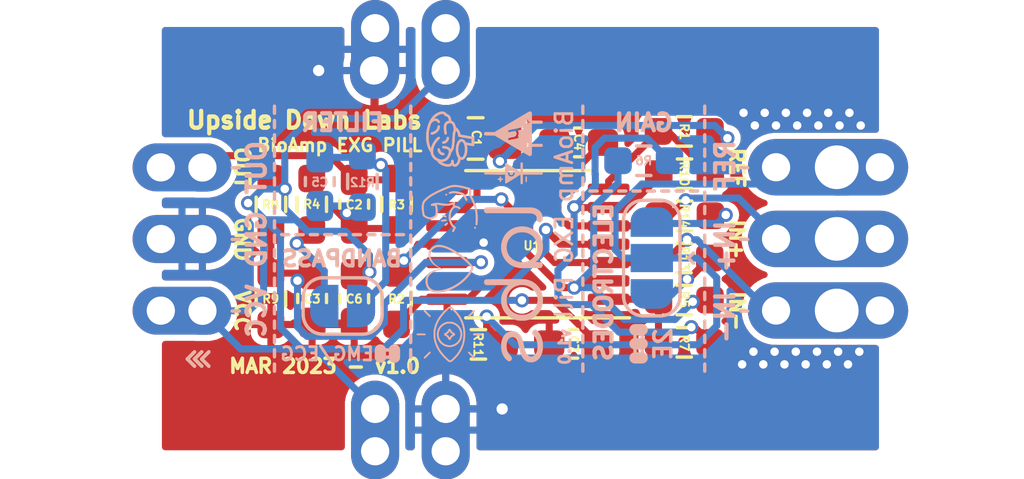
<source format=kicad_pcb>
(kicad_pcb (version 20240108) (generator "pcbnew") (generator_version "8.0")
  (title_block (title "BioAmp EXG Pill") (date "2023-04-27") (rev "1.0") (company "Upside Down Labs") (comment 1 "Records EMG, ECG, EOG, and EEG") (comment 2 "5v compatible EXG Hardware") (comment 3 "Single chip Biopotential amplifier") (comment 4 "Quad-OpAmp based BioAmp"))
  (layers (0 "F.Cu" signal) (31 "B.Cu" signal) (34 "B.Paste" user) (35 "F.Paste" user) (36 "B.SilkS" user "B.Silkscreen") (37 "F.SilkS" user "F.Silkscreen") (38 "B.Mask" user) (39 "F.Mask" user) (44 "Edge.Cuts" user))
  (net 0 "")
  (net 1 "VCC")
  (net 2 "GND")
  (net 3 "bpfOUT")
  (net 4 "DRL")
  (net 5 "ampRef")
  (net 6 "inaOUT")
  (net 7 "IN+")
  (net 8 "IN-")
  (net 9 "Net-(JP1-Pad1)")
  (net 10 "bpfIN")
  (net 11 "Net-(JP2-Pad1)")
  (net 12 "Net-(C1-Pad2)")
  (net 13 "Net-(C3-Pad1)")
  (net 14 "Net-(JP2-Pad3)")
  (net 15 "Net-(R5-Pad1)")
  (net 16 "Net-(R2-Pad1)")
  (net 17 "Net-(R10-Pad2)")
  (footprint "Capacitor_SMD:C_0805_2012Metric_Pad1.18x1.45mm_HandSolder" (layer "F.Cu") (at 122.059 90.91)
    (property "Reference" "C1")
    (property "Value" "47uF")
  )
  (footprint "Capacitor_SMD:C_0603_1608Metric_Pad1.08x0.95mm_HandSolder" (layer "F.Cu") (at 117.759 93.24 -90)
    (property "Reference" "C2")
    (property "Value" "1nF")
  )
  (footprint "Capacitor_SMD:C_0603_1608Metric_Pad1.08x0.95mm_HandSolder" (layer "F.Cu") (at 116.2685 96.5835 -90)
    (property "Reference" "C3")
    (property "Value" "10uF")
  )
  (footprint "Connector_PinHeader_2.54mm:PinHeader_1x03_P2.54mm_Vertical" (layer "F.Cu") (at 132.7023 91.93)
    (property "Reference" "J2" (hide yes))
    (property "Value" "BioAmp Input")
  )
  (footprint "Resistor_SMD:R_0603_1608Metric_Pad0.98x0.95mm_HandSolder" (layer "F.Cu") (at 119.259 96.59 -90)
    (property "Reference" "R2")
    (property "Value" "220K")
  )
  (footprint "Resistor_SMD:R_0603_1608Metric_Pad0.98x0.95mm_HandSolder" (layer "F.Cu") (at 129.449 96.64)
    (property "Reference" "R5")
    (property "Value" "22K")
  )
  (footprint "Resistor_SMD:R_0603_1608Metric_Pad0.98x0.95mm_HandSolder" (layer "F.Cu") (at 129.449 98.14 180)
    (property "Reference" "R7")
    (property "Value" "22K")
  )
  (footprint "Resistor_SMD:R_0603_1608Metric_Pad0.98x0.95mm_HandSolder" (layer "F.Cu") (at 129.459 92.16 180)
    (property "Reference" "R10")
    (property "Value" "220K")
  )
  (footprint "Resistor_SMD:R_0603_1608Metric_Pad0.98x0.95mm_HandSolder" (layer "F.Cu") (at 129.449 90.66 180)
    (property "Reference" "R1")
    (property "Value" "1K")
  )
  (footprint "Resistor_SMD:R_0603_1608Metric_Pad0.98x0.95mm_HandSolder" (layer "F.Cu") (at 119.259 93.24 -90)
    (property "Reference" "R3")
    (property "Value" "1M")
  )
  (footprint "Resistor_SMD:R_0603_1608Metric_Pad0.98x0.95mm_HandSolder" (layer "F.Cu") (at 114.808 93.2453 90)
    (property "Reference" "R8")
    (property "Value" "1M")
  )
  (footprint "Resistor_SMD:R_0603_1608Metric_Pad0.98x0.95mm_HandSolder" (layer "F.Cu") (at 114.808 96.5962 90)
    (property "Reference" "R9")
    (property "Value" "1M")
  )
  (footprint "Capacitor_SMD:C_0603_1608Metric_Pad1.08x0.95mm_HandSolder" (layer "F.Cu") (at 125.529 98.19)
    (property "Reference" "C7")
    (property "Value" "10uF")
  )
  (footprint "Capacitor_SMD:C_0603_1608Metric_Pad1.08x0.95mm_HandSolder" (layer "F.Cu") (at 117.759 96.59 90)
    (property "Reference" "C6")
    (property "Value" "100nF")
  )
  (footprint "Connector_PinHeader_2.54mm:PinHeader_1x03_P2.54mm_Vertical" (layer "F.Cu") (at 112.3828 91.94)
    (property "Reference" "J1" (hide yes))
    (property "Value" "BioAmp Output")
  )
  (footprint "Resistor_SMD:R_0603_1608Metric_Pad0.98x0.95mm_HandSolder" (layer "F.Cu") (at 122.159 98.21 180)
    (property "Reference" "R11")
    (property "Value" "0R")
  )
  (footprint "Package_SO:TSSOP-14_4.4x5mm_P0.65mm" (layer "F.Cu") (at 123.909 94.66 180)
    (property "Reference" "U1")
    (property "Value" "Amp")
  )
  (footprint "Connector_PinHeader_2.54mm:PinHeader_1x03_P2.54mm_Vertical" (layer "F.Cu") (at 110.9091 91.9353)
    (property "Reference" "J1" (hide yes))
    (property "Value" "BioAmp Output")
  )
  (footprint "Connector_PinHeader_2.54mm:PinHeader_1x03_P2.54mm_Vertical" (layer "F.Cu") (at 136.38 91.93)
    (property "Reference" "J2" (hide yes))
    (property "Value" "BioAmp Input")
  )
  (footprint "Resistor_SMD:R_0603_1608Metric_Pad0.98x0.95mm_HandSolder" (layer "F.Cu") (at 129.4638 93.6498)
    (property "Reference" "R14")
    (property "Value" "1M")
  )
  (footprint "Resistor_SMD:R_0603_1608Metric_Pad0.98x0.95mm_HandSolder" (layer "F.Cu") (at 129.4403 95.1484 180)
    (property "Reference" "R13")
    (property "Value" "1M")
  )
  (footprint "Capacitor_SMD:C_0603_1608Metric_Pad1.08x0.95mm_HandSolder" (layer "F.Cu") (at 125.709 91.05 180)
    (property "Reference" "C4")
    (property "Value" "1nF")
  )
  (footprint "Connector_PinHeader_2.54mm:PinHeader_1x03_P2.54mm_Vertical" (layer "F.Cu") (at 134.85 91.93)
    (property "Reference" "J2" (hide yes))
    (property "Value" "BioAmp Input")
  )
  (footprint "" (layer "F.Cu") (at 118.5 102 90)
    (property "Reference" "")
    (property "Value" "")
  )
  (footprint "" (layer "F.Cu") (at 121 100.5 -90)
    (property "Reference" "")
    (property "Value" "")
  )
  (footprint "Resistor_SMD:R_0603_1608Metric_Pad0.98x0.95mm_HandSolder" (layer "F.Cu") (at 116.2558 93.2434 90)
    (property "Reference" "R4")
    (property "Value" "220K")
  )
  (footprint "" (layer "F.Cu") (at 121 87 -90)
    (property "Reference" "")
    (property "Value" "")
  )
  (footprint "" (layer "F.Cu") (at 121 88.5)
    (property "Reference" "")
    (property "Value" "")
  )
  (footprint "" (layer "F.Cu") (at 118.5 100.5 -90)
    (property "Reference" "")
    (property "Value" "")
  )
  (footprint "" (layer "F.Cu") (at 118.5 87 -90)
    (property "Reference" "")
    (property "Value" "")
  )
  (footprint "" (layer "F.Cu") (at 118.46 88.5)
    (property "Reference" "")
    (property "Value" "")
  )
  (footprint "" (layer "F.Cu") (at 121 102 90)
    (property "Reference" "")
    (property "Value" "")
  )
  (footprint "Resistor_SMD:R_0603_1608Metric_Pad0.98x0.95mm_HandSolder" (layer "B.Cu") (at 128.016 91.7 180)
    (property "Reference" "R6")
    (property "Value" "RG")
  )
  (footprint "Jumper:SolderJumper-3_P1.3mm_Open_RoundedPad1.0x1.5mm" (layer "B.Cu") (at 128.3 95.15 90)
    (property "Reference" "JP2" (hide yes))
    (property "Value" "SolderJumper_3_Open" (hide yes))
  )
  (footprint "Capacitor_SMD:C_0603_1608Metric_Pad1.08x0.95mm_HandSolder" (layer "B.Cu") (at 116.54 92.44 -90)
    (property "Reference" "C5")
    (property "Value" "BPFC_C")
  )
  (footprint "Jumper:SolderJumper-2_P1.3mm_Open_RoundedPad1.0x1.5mm" (layer "B.Cu") (at 117.35 96.85)
    (property "Reference" "JP1" (hide yes))
    (property "Value" "SolderJumper_2_Open" (hide yes))
  )
  (footprint "Resistor_SMD:R_0603_1608Metric_Pad0.98x0.95mm_HandSolder" (layer "B.Cu") (at 118.05 92.4325 -90)
    (property "Reference" "R12")
    (property "Value" "BPFC_R")
  )
  (footprint "udlabs:EXG" (layer "B.Cu") (at 122.2 94.4 -90)
    (property "Reference" "U2" (hide yes))
    (property "Value" "LOGO_UDLABS" (hide yes))
  )
  (gr_line (start 112.1029 98.7298) (end 112.3569 98.4758) (stroke (width 0.12)) (layer "B.SilkS"))
  (gr_line (start 112.3569 98.9838) (end 112.1029 98.7298) (stroke (width 0.12)) (layer "B.SilkS"))
  (gr_line (start 111.8489 98.7298) (end 112.1029 98.4758) (stroke (width 0.12)) (layer "B.SilkS"))
  (gr_line (start 112.1029 98.9838) (end 111.8489 98.7298) (stroke (width 0.12)) (layer "B.SilkS"))
  (gr_line (start 112.6109 98.9838) (end 112.3569 98.7298) (stroke (width 0.12)) (layer "B.SilkS"))
  (gr_line (start 112.3569 98.7298) (end 112.6109 98.4758) (stroke (width 0.12)) (layer "B.SilkS"))
  (gr_line (start 114.935 89.7636) (end 114.935 90.0176) (stroke (width 0.12)) (layer "B.SilkS"))
  (gr_line (start 114.935 90.7796) (end 114.935 91.0336) (stroke (width 0.12)) (layer "B.SilkS"))
  (gr_line (start 114.935 90.2716) (end 114.935 90.5256) (stroke (width 0.12)) (layer "B.SilkS"))
  (gr_line (start 114.935 91.7956) (end 114.935 92.0496) (stroke (width 0.12)) (layer "B.SilkS"))
  (gr_line (start 114.935 91.2876) (end 114.935 91.5416) (stroke (width 0.12)) (layer "B.SilkS"))
  (gr_line (start 114.935 92.8116) (end 114.935 93.0656) (stroke (width 0.12)) (layer "B.SilkS"))
  (gr_line (start 114.935 92.3036) (end 114.935 92.5576) (stroke (width 0.12)) (layer "B.SilkS"))
  (gr_line (start 114.935 93.8276) (end 114.935 94.0816) (stroke (width 0.12)) (layer "B.SilkS"))
  (gr_line (start 114.935 95.8596) (end 114.935 96.1136) (stroke (width 0.12)) (layer "B.SilkS"))
  (gr_line (start 114.935 95.3516) (end 114.935 95.6056) (stroke (width 0.12)) (layer "B.SilkS"))
  (gr_line (start 114.935 96.8756) (end 114.935 97.1296) (stroke (width 0.12)) (layer "B.SilkS"))
  (gr_line (start 114.935 93.3196) (end 114.935 93.5736) (stroke (width 0.12)) (layer "B.SilkS"))
  (gr_line (start 114.935 96.3676) (end 114.935 96.6216) (stroke (width 0.12)) (layer "B.SilkS"))
  (gr_line (start 114.935 94.8436) (end 114.935 95.0976) (stroke (width 0.12)) (layer "B.SilkS"))
  (gr_line (start 114.935 94.3356) (end 114.935 94.5896) (stroke (width 0.12)) (layer "B.SilkS"))
  (gr_line (start 114.935 97.3836) (end 114.935 97.6376) (stroke (width 0.12)) (layer "B.SilkS"))
  (gr_line (start 114.935 98.3996) (end 114.935 98.6536) (stroke (width 0.12)) (layer "B.SilkS"))
  (gr_line (start 114.935 98.9076) (end 114.935 99.1616) (stroke (width 0.12)) (layer "B.SilkS"))
  (gr_line (start 114.935 97.8916) (end 114.935 98.1456) (stroke (width 0.12)) (layer "B.SilkS"))
  (gr_line (start 113.4364 97.028) (end 113.6904 97.028) (stroke (width 0.12)) (layer "B.SilkS"))
  (gr_line (start 113.4364 94.488) (end 113.6904 94.488) (stroke (width 0.12)) (layer "B.SilkS"))
  (gr_line (start 113.4364 91.948) (end 113.6904 91.948) (stroke (width 0.12)) (layer "B.SilkS"))
  (gr_line (start 131.445 97.028) (end 131.699 97.028) (stroke (width 0.12)) (layer "B.SilkS"))
  (gr_line (start 131.445 94.488) (end 131.699 94.488) (stroke (width 0.12)) (layer "B.SilkS"))
  (gr_line (start 131.445 91.948) (end 131.699 91.948) (stroke (width 0.12)) (layer "B.SilkS"))
  (gr_line (start 130.175 89.7636) (end 130.175 90.0176) (stroke (width 0.12)) (layer "B.SilkS"))
  (gr_line (start 130.175 97.3836) (end 130.175 97.6376) (stroke (width 0.12)) (layer "B.SilkS"))
  (gr_line (start 130.175 91.7956) (end 130.175 92.0496) (stroke (width 0.12)) (layer "B.SilkS"))
  (gr_line (start 130.175 93.3196) (end 130.175 93.5736) (stroke (width 0.12)) (layer "B.SilkS"))
  (gr_line (start 130.175 91.2876) (end 130.175 91.5416) (stroke (width 0.12)) (layer "B.SilkS"))
  (gr_line (start 130.175 98.9076) (end 130.175 99.1616) (stroke (width 0.12)) (layer "B.SilkS"))
  (gr_line (start 130.175 92.8116) (end 130.175 93.0656) (stroke (width 0.12)) (layer "B.SilkS"))
  (gr_line (start 130.175 94.8436) (end 130.175 95.0976) (stroke (width 0.12)) (layer "B.SilkS"))
  (gr_line (start 130.175 96.8756) (end 130.175 97.1296) (stroke (width 0.12)) (layer "B.SilkS"))
  (gr_line (start 130.175 95.8596) (end 130.175 96.1136) (stroke (width 0.12)) (layer "B.SilkS"))
  (gr_line (start 130.175 98.3996) (end 130.175 98.6536) (stroke (width 0.12)) (layer "B.SilkS"))
  (gr_line (start 130.175 93.8276) (end 130.175 94.0816) (stroke (width 0.12)) (layer "B.SilkS"))
  (gr_line (start 130.175 96.3676) (end 130.175 96.6216) (stroke (width 0.12)) (layer "B.SilkS"))
  (gr_line (start 130.175 92.3036) (end 130.175 92.5576) (stroke (width 0.12)) (layer "B.SilkS"))
  (gr_line (start 130.175 97.8916) (end 130.175 98.1456) (stroke (width 0.12)) (layer "B.SilkS"))
  (gr_line (start 130.175 90.7796) (end 130.175 91.0336) (stroke (width 0.12)) (layer "B.SilkS"))
  (gr_line (start 130.175 90.2716) (end 130.175 90.5256) (stroke (width 0.12)) (layer "B.SilkS"))
  (gr_line (start 130.175 94.3356) (end 130.175 94.5896) (stroke (width 0.12)) (layer "B.SilkS"))
  (gr_line (start 130.175 95.3516) (end 130.175 95.6056) (stroke (width 0.12)) (layer "B.SilkS"))
  (gr_line (start 119.761 89.7636) (end 119.761 90.0176) (stroke (width 0.12)) (layer "B.SilkS"))
  (gr_line (start 119.761 97.3836) (end 119.761 97.6376) (stroke (width 0.12)) (layer "B.SilkS"))
  (gr_line (start 119.761 91.7956) (end 119.761 92.0496) (stroke (width 0.12)) (layer "B.SilkS"))
  (gr_line (start 119.761 93.3196) (end 119.761 93.5736) (stroke (width 0.12)) (layer "B.SilkS"))
  (gr_line (start 119.761 91.2876) (end 119.761 91.5416) (stroke (width 0.12)) (layer "B.SilkS"))
  (gr_line (start 119.761 98.9076) (end 119.761 99.1616) (stroke (width 0.12)) (layer "B.SilkS"))
  (gr_line (start 119.761 92.8116) (end 119.761 93.0656) (stroke (width 0.12)) (layer "B.SilkS"))
  (gr_line (start 119.761 94.8436) (end 119.761 95.0976) (stroke (width 0.12)) (layer "B.SilkS"))
  (gr_line (start 119.761 96.8756) (end 119.761 97.1296) (stroke (width 0.12)) (layer "B.SilkS"))
  (gr_line (start 119.761 95.8596) (end 119.761 96.1136) (stroke (width 0.12)) (layer "B.SilkS"))
  (gr_line (start 119.761 98.3996) (end 119.761 98.6536) (stroke (width 0.12)) (layer "B.SilkS"))
  (gr_line (start 119.761 93.8276) (end 119.761 94.0816) (stroke (width 0.12)) (layer "B.SilkS"))
  (gr_line (start 119.761 96.3676) (end 119.761 96.6216) (stroke (width 0.12)) (layer "B.SilkS"))
  (gr_line (start 119.761 92.3036) (end 119.761 92.5576) (stroke (width 0.12)) (layer "B.SilkS"))
  (gr_line (start 119.761 97.8916) (end 119.761 98.1456) (stroke (width 0.12)) (layer "B.SilkS"))
  (gr_line (start 119.761 90.7796) (end 119.761 91.0336) (stroke (width 0.12)) (layer "B.SilkS"))
  (gr_line (start 119.761 90.2716) (end 119.761 90.5256) (stroke (width 0.12)) (layer "B.SilkS"))
  (gr_line (start 119.761 94.3356) (end 119.761 94.5896) (stroke (width 0.12)) (layer "B.SilkS"))
  (gr_line (start 119.761 95.3516) (end 119.761 95.6056) (stroke (width 0.12)) (layer "B.SilkS"))
  (gr_line (start 125.857 89.7636) (end 125.857 90.0176) (stroke (width 0.12)) (layer "B.SilkS"))
  (gr_line (start 125.857 97.3836) (end 125.857 97.6376) (stroke (width 0.12)) (layer "B.SilkS"))
  (gr_line (start 125.857 91.7956) (end 125.857 92.0496) (stroke (width 0.12)) (layer "B.SilkS"))
  (gr_line (start 125.857 93.3196) (end 125.857 93.5736) (stroke (width 0.12)) (layer "B.SilkS"))
  (gr_line (start 125.857 91.2876) (end 125.857 91.5416) (stroke (width 0.12)) (layer "B.SilkS"))
  (gr_line (start 125.857 98.9076) (end 125.857 99.1616) (stroke (width 0.12)) (layer "B.SilkS"))
  (gr_line (start 125.857 92.8116) (end 125.857 93.0656) (stroke (width 0.12)) (layer "B.SilkS"))
  (gr_line (start 125.857 94.8436) (end 125.857 95.0976) (stroke (width 0.12)) (layer "B.SilkS"))
  (gr_line (start 125.857 96.8756) (end 125.857 97.1296) (stroke (width 0.12)) (layer "B.SilkS"))
  (gr_line (start 125.857 95.8596) (end 125.857 96.1136) (stroke (width 0.12)) (layer "B.SilkS"))
  (gr_line (start 125.857 98.3996) (end 125.857 98.6536) (stroke (width 0.12)) (layer "B.SilkS"))
  (gr_line (start 125.857 93.8276) (end 125.857 94.0816) (stroke (width 0.12)) (layer "B.SilkS"))
  (gr_line (start 125.857 96.3676) (end 125.857 96.6216) (stroke (width 0.12)) (layer "B.SilkS"))
  (gr_line (start 125.857 92.3036) (end 125.857 92.5576) (stroke (width 0.12)) (layer "B.SilkS"))
  (gr_line (start 125.857 97.8916) (end 125.857 98.1456) (stroke (width 0.12)) (layer "B.SilkS"))
  (gr_line (start 125.857 90.7796) (end 125.857 91.0336) (stroke (width 0.12)) (layer "B.SilkS"))
  (gr_line (start 125.857 90.2716) (end 125.857 90.5256) (stroke (width 0.12)) (layer "B.SilkS"))
  (gr_line (start 125.857 94.3356) (end 125.857 94.5896) (stroke (width 0.12)) (layer "B.SilkS"))
  (gr_line (start 125.857 95.3516) (end 125.857 95.6056) (stroke (width 0.12)) (layer "B.SilkS"))
  (gr_line (start 118.6851 98.6637) (end 118.6851 98.4097) (stroke (width 0.4)) (layer "B.SilkS"))
  (gr_line (start 115.189 94.3205) (end 115.443 94.3205) (stroke (width 0.12)) (layer "B.SilkS"))
  (gr_line (start 118.237 94.3205) (end 118.491 94.3205) (stroke (width 0.12)) (layer "B.SilkS"))
  (gr_line (start 116.713 94.3205) (end 116.967 94.3205) (stroke (width 0.12)) (layer "B.SilkS"))
  (gr_line (start 117.729 94.3205) (end 117.983 94.3205) (stroke (width 0.12)) (layer "B.SilkS"))
  (gr_line (start 119.253 94.3205) (end 119.507 94.3205) (stroke (width 0.12)) (layer "B.SilkS"))
  (gr_line (start 118.745 94.3205) (end 118.999 94.3205) (stroke (width 0.12)) (layer "B.SilkS"))
  (gr_line (start 117.221 94.3205) (end 117.475 94.3205) (stroke (width 0.12)) (layer "B.SilkS"))
  (gr_line (start 115.697 94.3205) (end 115.951 94.3205) (stroke (width 0.12)) (layer "B.SilkS"))
  (gr_line (start 116.205 94.3205) (end 116.459 94.3205) (stroke (width 0.12)) (layer "B.SilkS"))
  (gr_line (start 128.143 92.7735) (end 128.397 92.7735) (stroke (width 0.12)) (layer "B.SilkS"))
  (gr_line (start 127.127 92.7735) (end 127.381 92.7735) (stroke (width 0.12)) (layer "B.SilkS"))
  (gr_line (start 126.619 92.7735) (end 126.873 92.7735) (stroke (width 0.12)) (layer "B.SilkS"))
  (gr_line (start 129.667 92.7735) (end 129.921 92.7735) (stroke (width 0.12)) (layer "B.SilkS"))
  (gr_line (start 127.635 92.7735) (end 127.889 92.7735) (stroke (width 0.12)) (layer "B.SilkS"))
  (gr_line (start 128.651 92.7735) (end 128.905 92.7735) (stroke (width 0.12)) (layer "B.SilkS"))
  (gr_line (start 129.159 92.7735) (end 129.413 92.7735) (stroke (width 0.12)) (layer "B.SilkS"))
  (gr_line (start 126.111 92.7735) (end 126.365 92.7735) (stroke (width 0.12)) (layer "B.SilkS"))
  (gr_line (start 127.706 97.69) (end 127.96 97.69) (stroke (width 0.4)) (layer "B.SilkS"))
  (gr_line (start 127.706 98.19) (end 127.96 98.19) (stroke (width 0.4)) (layer "B.SilkS"))
  (gr_line (start 127.706 98.69) (end 127.96 98.69) (stroke (width 0.4)) (layer "B.SilkS"))
  (gr_line (start 127.706 97.69) (end 127.706 98.19) (stroke (width 0.12)) (layer "B.SilkS"))
  (gr_line (start 127.706 98.19) (end 127.706 98.69) (stroke (width 0.12)) (layer "B.SilkS"))
  (gr_line (start 127.96 97.69) (end 127.96 98.19) (stroke (width 0.12)) (layer "B.SilkS"))
  (gr_line (start 127.96 98.19) (end 127.96 98.69) (stroke (width 0.12)) (layer "B.SilkS"))
  (gr_line (start 119.1851 98.6637) (end 119.1851 98.4097) (stroke (width 0.4)) (layer "B.SilkS"))
  (gr_line (start 118.6851 98.6637) (end 119.1851 98.6637) (stroke (width 0.12)) (layer "B.SilkS"))
  (gr_line (start 119.1851 98.4097) (end 118.6851 98.4097) (stroke (width 0.12)) (layer "B.SilkS"))
  (gr_line (start 129.596 95.15) (end 129.775605 94.970395) (stroke (width 0.12)) (layer "B.SilkS"))
  (gr_line (start 129.775605 95.329605) (end 129.596 95.15) (stroke (width 0.12)) (layer "B.SilkS"))
  (gr_line (start 112.1029 98.7298) (end 112.3569 98.9838) (stroke (width 0.12)) (layer "F.SilkS"))
  (gr_line (start 111.8489 98.7298) (end 112.1029 98.9838) (stroke (width 0.12)) (layer "F.SilkS"))
  (gr_line (start 112.3569 98.7298) (end 112.6109 98.9838) (stroke (width 0.12)) (layer "F.SilkS"))
  (gr_line (start 112.1029 98.4758) (end 111.8489 98.7298) (stroke (width 0.12)) (layer "F.SilkS"))
  (gr_line (start 112.3569 98.4758) (end 112.1029 98.7298) (stroke (width 0.12)) (layer "F.SilkS"))
  (gr_line (start 112.6109 98.4758) (end 112.3569 98.7298) (stroke (width 0.12)) (layer "F.SilkS"))
  (gr_text "v1.0" (at 125.222 98.298 90) (layer "B.SilkS") (effects (font (size 0.4 0.4) (thickness 0.1)) (justify mirror)))
  (gr_text "IN+" (at 130.8989 94.742 90) (layer "B.SilkS") (effects (font (size 0.65 0.65)) (justify mirror)))
  (gr_text "IN-" (at 130.8989 97.2566 90) (layer "B.SilkS") (effects (font (size 0.65 0.65)) (justify mirror)))
  (gr_text "OUT" (at 114.3 91.948 90) (layer "B.SilkS") (effects (font (size 0.65 0.65)) (justify mirror)))
  (gr_text "GND" (at 114.3 94.488 90) (layer "B.SilkS") (effects (font (size 0.65 0.65)) (justify mirror)))
  (gr_text "VCC" (at 114.3 97.028 90) (layer "B.SilkS") (effects (font (size 0.65 0.65)) (justify mirror)))
  (gr_text "FILTER" (at 117.348 90.3446 0) (layer "B.SilkS") (effects (font (size 0.6 0.6)) (justify mirror)))
  (gr_text "GAIN" (at 128.016 90.35 0) (layer "B.SilkS") (effects (font (size 0.6 0.6)) (justify mirror)))
  (gr_text "BANDPASS" (at 117.325 95.17 0) (layer "B.SilkS") (effects (font (size 0.55 0.55) (thickness 0.1375)) (justify mirror)))
  (gr_text "EMG/ECG" (at 116.8 98.55 0) (layer "B.SilkS") (effects (font (size 0.47 0.47) (thickness 0.1)) (justify mirror)))
  (gr_text "2E" (at 128.7 98.2 90) (layer "B.SilkS") (effects (font (size 0.6 0.6) (thickness 0.125)) (justify mirror)))
  (gr_text "ELECTRODES" (at 126.6 96 90) (layer "B.SilkS") (effects (font (size 0.6 0.6)) (justify mirror)))
  (gr_text "BioAmp EXG Pill" (at 125.1966 93.599 90) (layer "B.SilkS") (effects (font (size 0.6 0.6) (thickness 0.1)) (justify mirror)))
  (gr_text "REF" (at 130.8989 91.8845 90) (layer "B.SilkS") (effects (font (size 0.65 0.65)) (justify mirror)))
  (gr_text "OUT" (at 113.792 91.948 -90) (layer "F.SilkS") (effects (font (size 0.5 0.5) (thickness 0.125))))
  (gr_text "GND" (at 113.792 94.488 -90) (layer "F.SilkS") (effects (font (size 0.5 0.5) (thickness 0.125))))
  (gr_text "VCC" (at 113.792 97.028 -90) (layer "F.SilkS") (effects (font (size 0.5 0.5) (thickness 0.125))))
  (gr_text "IN-" (at 131.318 97.028 270) (layer "F.SilkS") (effects (font (size 0.5 0.5) (thickness 0.125))))
  (gr_text "IN+" (at 131.318 94.488 270) (layer "F.SilkS") (effects (font (size 0.5 0.5) (thickness 0.125))))
  (gr_text "REF" (at 131.318 91.948 270) (layer "F.SilkS") (effects (font (size 0.5 0.5) (thickness 0.125))))
  (gr_text "MAR 2023 - v1.0" (at 116.713 98.9798 0) (layer "F.SilkS") (effects (font (size 0.5 0.5) (thickness 0.125))))
  (gr_text "Upside Down Labs" (at 115.9955 90.26 0) (layer "F.SilkS") (effects (font (size 0.6 0.6))))
  (gr_text "BioAmp EXG PILL" (at 117.25 91.15 0) (layer "F.SilkS") (effects (font (size 0.45 0.45) (thickness 0.1))))
  (segment (start 118.3 95.65) (end 117.8365 95.65) (width 0.25) (layer "F.Cu") (net 1))
  (segment (start 114.808 92.392) (end 114 93.2) (width 0.25) (layer "F.Cu") (net 1))
  (segment (start 126.3915 98.19) (end 124.8515 96.65) (width 0.25) (layer "F.Cu") (net 1))
  (segment (start 114.9328 92.3328) (end 115.3 92.7) (width 0.25) (layer "F.Cu") (net 1))
  (segment (start 114.808 92.3328) (end 114.9328 92.3328) (width 0.25) (layer "F.Cu") (net 1))
  (segment (start 126.7715 94.66) (end 125.06 94.66) (width 0.25) (layer "F.Cu") (net 1))
  (segment (start 124.8515 96.65) (end 123.7 96.65) (width 0.25) (layer "F.Cu") (net 1))
  (segment (start 125.06 94.66) (end 124.55 94.15) (width 0.25) (layer "F.Cu") (net 1))
  (segment (start 114.808 92.3328) (end 114.808 92.392) (width 0.25) (layer "F.Cu") (net 1))
  (segment (start 121.04 88.5) (end 121 88.5) (width 0.25) (layer "F.Cu") (net 1))
  (segment (start 117.8365 95.65) (end 117.759 95.7275) (width 0.25) (layer "F.Cu") (net 1))
  (via (at 123.7 96.65) (size 0.5) (drill 0.3) (layers "F.Cu" "B.Cu") (net 1))
  (via (at 115.3 92.7) (size 0.5) (drill 0.3) (layers "F.Cu" "B.Cu") (net 1))
  (via (at 118.3 95.65) (size 0.5) (drill 0.3) (layers "F.Cu" "B.Cu") (net 1))
  (via (at 124.55 94.15) (size 0.5) (drill 0.3) (layers "F.Cu" "B.Cu") (net 1))
  (via (at 114 93.2) (size 0.5) (drill 0.3) (layers "F.Cu" "B.Cu") (net 1))
  (segment (start 115.14812 94.34812) (end 114.59551 93.79551) (width 0.25) (layer "B.Cu") (net 1))
  (segment (start 119.507 97.663) (end 118.794981 98.375019) (width 0.25) (layer "B.Cu") (net 1))
  (segment (start 118.3 95.05) (end 118.3 95.65) (width 0.25) (layer "B.Cu") (net 1))
  (segment (start 123.7 96.65) (end 122.75 96.65) (width 0.25) (layer "B.Cu") (net 1))
  (segment (start 114.55 93.75) (end 114 93.2) (width 0.25) (layer "B.Cu") (net 1))
  (segment (start 116.375019 98.375019) (end 118.5 100.5) (width 0.25) (layer "B.Cu") (net 1))
  (segment (start 117.45 94.2) (end 118.3 95.05) (width 0.25) (layer "B.Cu") (net 1))
  (segment (start 115.7 93.79551) (end 115.902245 93.997755) (width 0.25) (layer "B.Cu") (net 1))
  (segment (start 114.5 92.7) (end 114 93.2) (width 0.25) (layer "B.Cu") (net 1))
  (segment (start 115.901019 98.375019) (end 115.14812 97.62212) (width 0.25) (layer "B.Cu") (net 1))
  (segment (start 114.03 97.02) (end 114.55 96.5) (width 0.25) (layer "B.Cu") (net 1))
  (segment (start 113.737819 98.375019) (end 112.3828 97.02) (width 0.25) (layer "B.Cu") (net 1))
  (segment (start 118.794981 98.375019) (end 116.175271 98.375019) (width 0.25) (layer "B.Cu") (net 1))
  (segment (start 115.3 92.7) (end 115.3 93.39551) (width 0.25) (layer "B.Cu") (net 1))
  (segment (start 115.3 93.39551) (end 115.902245 93.997755) (width 0.25) (layer "B.Cu") (net 1))
  (segment (start 115.902245 93.997755) (end 116.10449 94.2) (width 0.25) (layer "B.Cu") (net 1))
  (segment (start 124.55 94.15) (end 124.55 94.85) (width 0.25) (layer "B.Cu") (net 1))
  (segment (start 115.3 91.088962) (end 116.188962 90.2) (width 0.25) (layer "B.Cu") (net 1))
  (segment (start 115.3 92.7) (end 115.3 91.088962) (width 0.25) (layer "B.Cu") (net 1))
  (segment (start 122.75 96.65) (end 119.6 96.65) (width 0.25) (layer "B.Cu") (net 1))
  (segment (start 115.7 93.79551) (end 114.59551 93.79551) (width 0.25) (layer "B.Cu") (net 1))
  (segment (start 114.55 96.5) (end 114.55 93.75) (width 0.25) (layer "B.Cu") (net 1))
  (segment (start 119.6 96.65) (end 119.507 96.743) (width 0.25) (layer "B.Cu") (net 1))
  (segment (start 112.3828 97.02) (end 114.03 97.02) (width 0.25) (layer "B.Cu") (net 1))
  (segment (start 116.175271 98.375019) (end 115.901019 98.375019) (width 0.25) (layer "B.Cu") (net 1))
  (segment (start 115.3 92.7) (end 114.5 92.7) (width 0.25) (layer "B.Cu") (net 1))
  (segment (start 119.3 90.2) (end 121 88.5) (width 0.25) (layer "B.Cu") (net 1))
  (segment (start 116.175271 98.375019) (end 113.737819 98.375019) (width 0.25) (layer "B.Cu") (net 1))
  (segment (start 115.14812 97.62212) (end 115.14812 94.34812) (width 0.25) (layer "B.Cu") (net 1))
  (segment (start 116.188962 90.2) (end 119.3 90.2) (width 0.25) (layer "B.Cu") (net 1))
  (segment (start 116.10449 94.2) (end 117.45 94.2) (width 0.25) (layer "B.Cu") (net 1))
  (segment (start 124.55 94.85) (end 122.75 96.65) (width 0.25) (layer "B.Cu") (net 1))
  (segment (start 119.507 96.743) (end 119.507 97.663) (width 0.25) (layer "B.Cu") (net 1))
  (segment (start 116.175271 98.375019) (end 116.375019 98.375019) (width 0.25) (layer "B.Cu") (net 1))
  (segment (start 114.59551 93.79551) (end 114 93.2) (width 0.25) (layer "B.Cu") (net 1))
  (segment (start 114.808 97.5087) (end 117.7028 97.5087) (width 0.25) (layer "F.Cu") (net 2))
  (segment (start 122.285461 94.66) (end 122.343575 94.601886) (width 0.25) (layer "F.Cu") (net 2))
  (segment (start 117.7028 97.5087) (end 117.759 97.4525) (width 0.25) (layer "F.Cu") (net 2))
  (segment (start 123 100.5) (end 121.04 100.5) (width 0.25) (layer "F.Cu") (net 2))
  (segment (start 121.0465 94.66) (end 122.285461 94.66) (width 0.25) (layer "F.Cu") (net 2))
  (via (at 131.95 90.45) (size 0.5) (drill 0.3) (layers "F.Cu" "B.Cu") (net 2))
  (via (at 132.7 90.45) (size 0.5) (drill 0.3) (layers "F.Cu" "B.Cu") (net 2))
  (via (at 133.45 90.45) (size 0.5) (drill 0.3) (layers "F.Cu" "B.Cu") (net 2))
  (via (at 134.2 90.45) (size 0.5) (drill 0.3) (layers "F.Cu" "B.Cu") (net 2))
  (via (at 134.95 90.45) (size 0.5) (drill 0.3) (layers "F.Cu" "B.Cu") (net 2))
  (via (at 135.7 90.45) (size 0.5) (drill 0.3) (layers "F.Cu" "B.Cu") (net 2))
  (via (at 132.3 90) (size 0.5) (drill 0.3) (layers "F.Cu" "B.Cu") (net 2))
  (via (at 135.3 90) (size 0.5) (drill 0.3) (layers "F.Cu" "B.Cu") (net 2))
  (via (at 134.55 90) (size 0.5) (drill 0.3) (layers "F.Cu" "B.Cu") (net 2))
  (via (at 131.55 90) (size 0.5) (drill 0.3) (layers "F.Cu" "B.Cu") (net 2))
  (via (at 133.05 90) (size 0.5) (drill 0.3) (layers "F.Cu" "B.Cu") (net 2))
  (via (at 133.8 90) (size 0.5) (drill 0.3) (layers "F.Cu" "B.Cu") (net 2))
  (via (at 135.25 98.92) (size 0.5) (drill 0.3) (layers "F.Cu" "B.Cu") (net 2))
  (via (at 133 98.92) (size 0.5) (drill 0.3) (layers "F.Cu" "B.Cu") (net 2))
  (via (at 132.65 98.47) (size 0.5) (drill 0.3) (layers "F.Cu" "B.Cu") (net 2))
  (via (at 135.65 98.47) (size 0.5) (drill 0.3) (layers "F.Cu" "B.Cu") (net 2))
  (via (at 132.25 98.92) (size 0.5) (drill 0.3) (layers "F.Cu" "B.Cu") (net 2))
  (via (at 134.9 98.47) (size 0.5) (drill 0.3) (layers "F.Cu" "B.Cu") (net 2))
  (via (at 131.5 98.92) (size 0.5) (drill 0.3) (layers "F.Cu" "B.Cu") (net 2))
  (via (at 131.9 98.47) (size 0.5) (drill 0.3) (layers "F.Cu" "B.Cu") (net 2))
  (via (at 133.4 98.47) (size 0.5) (drill 0.3) (layers "F.Cu" "B.Cu") (net 2))
  (via (at 134.5 98.92) (size 0.5) (drill 0.3) (layers "F.Cu" "B.Cu") (net 2))
  (via (at 134.15 98.47) (size 0.5) (drill 0.3) (layers "F.Cu" "B.Cu") (net 2))
  (via (at 133.75 98.92) (size 0.5) (drill 0.3) (layers "F.Cu" "B.Cu") (net 2))
  (via (at 123 100.5) (size 0.8) (drill 0.4) (layers "F.Cu" "B.Cu") (net 2))
  (via (at 122.343575 94.601886) (size 0.5) (drill 0.3) (layers "F.Cu" "B.Cu") (net 2))
  (via (at 116.5 88.5) (size 0.8) (drill 0.4) (layers "F.Cu" "B.Cu") (net 2))
  (segment (start 121 100.5) (end 123 100.5) (width 0.25) (layer "B.Cu") (net 2))
  (segment (start 118.46 88.5) (end 116.5 88.5) (width 0.25) (layer "B.Cu") (net 2))
  (segment (start 111.32601 91.51839) (end 111.29001 91.55439) (width 0.25) (layer "F.Cu") (net 3))
  (segment (start 116.89989 91.51839) (end 111.32601 91.51839) (width 0.25) (layer "F.Cu") (net 3))
  (segment (start 119.259 92.3275) (end 120.664 92.3275) (width 0.25) (layer "F.Cu") (net 3))
  (segment (start 118.7 91.85) (end 118.7815 91.85) (width 0.25) (layer "F.Cu") (net 3))
  (segment (start 119.209 92.3775) (end 119.259 92.3275) (width 0.25) (layer "F.Cu") (net 3))
  (segment (start 120.664 92.3275) (end 121.0465 92.71) (width 0.25) (layer "F.Cu") (net 3))
  (segment (start 117.759 92.3775) (end 119.209 92.3775) (width 0.25) (layer "F.Cu") (net 3))
  (segment (start 118.7815 91.85) (end 119.259 92.3275) (width 0.25) (layer "F.Cu") (net 3))
  (segment (start 117.759 92.3775) (end 116.89989 91.51839) (width 0.25) (layer "F.Cu") (net 3))
  (via (at 118.7 91.85) (size 0.5) (drill 0.3) (layers "F.Cu" "B.Cu") (net 3))
  (segment (start 118.875001 92.025001) (end 118.7 91.85) (width 0.25) (layer "B.Cu") (net 3))
  (segment (start 117.9925 91.5775) (end 118.05 91.52) (width 0.25) (layer "B.Cu") (net 3))
  (segment (start 118.875001 95.974999) (end 118.875001 92.025001) (width 0.25) (layer "B.Cu") (net 3))
  (segment (start 118 96.85) (end 118.875001 95.974999) (width 0.25) (layer "B.Cu") (net 3))
  (segment (start 118.38 91.85) (end 118.05 91.52) (width 0.25) (layer "B.Cu") (net 3))
  (segment (start 116.54 91.5775) (end 117.9925 91.5775) (width 0.25) (layer "B.Cu") (net 3))
  (segment (start 118.7 91.85) (end 118.38 91.85) (width 0.25) (layer "B.Cu") (net 3))
  (segment (start 122.45 97.5885) (end 123.0715 98.21) (width 0.25) (layer "F.Cu") (net 4))
  (segment (start 122.45 97.225) (end 122.45 97.5885) (width 0.25) (layer "F.Cu") (net 4))
  (via (at 122.45 97.225) (size 0.5) (drill 0.3) (layers "F.Cu" "B.Cu") (net 4))
  (segment (start 127 94.85) (end 127 93.472) (width 0.25) (layer "B.Cu") (net 4))
  (segment (start 129.9 95.15) (end 130.6 95.85) (width 0.25) (layer "B.Cu") (net 4))
  (segment (start 128.3 95.15) (end 129.9 95.15) (width 0.25) (layer "B.Cu") (net 4))
  (segment (start 127.3 95.15) (end 127 94.85) (width 0.25) (layer "B.Cu") (net 4))
  (segment (start 128.3 95.15) (end 127.3 95.15) (width 0.25) (layer "B.Cu") (net 4))
  (segment (start 130.6 97.551002) (end 129.925973 98.225029) (width 0.25) (layer "B.Cu") (net 4))
  (segment (start 132.1073 92.525) (end 132.7023 91.93) (width 0.25) (layer "B.Cu") (net 4))
  (segment (start 127.947 92.525) (end 132.1073 92.525) (width 0.25) (layer "B.Cu") (net 4))
  (segment (start 123.450029 98.225029) (end 122.45 97.225) (width 0.25) (layer "B.Cu") (net 4))
  (segment (start 130.6 95.85) (end 130.6 97.551002) (width 0.25) (layer "B.Cu") (net 4))
  (segment (start 127 93.472) (end 127.947 92.525) (width 0.25) (layer "B.Cu") (net 4))
  (segment (start 129.925973 98.225029) (end 123.450029 98.225029) (width 0.25) (layer "B.Cu") (net 4))
  (segment (start 121.0465 98.01) (end 121.2465 98.21) (width 0.25) (layer "F.Cu") (net 5))
  (segment (start 121.0465 96.61) (end 121.791002 96.61) (width 0.25) (layer "F.Cu") (net 5))
  (segment (start 121.791002 96.61) (end 122.441002 95.96) (width 0.25) (layer "F.Cu") (net 5))
  (segment (start 122.441002 95.96) (end 121.0465 95.96) (width 0.25) (layer "F.Cu") (net 5))
  (segment (start 122.708081 94.01) (end 123.064222 94.366141) (width 0.25) (layer "F.Cu") (net 5))
  (segment (start 123.064222 95.33678) (end 122.441002 95.96) (width 0.25) (layer "F.Cu") (net 5))
  (segment (start 123.064222 94.366141) (end 123.064222 95.33678) (width 0.25) (layer "F.Cu") (net 5))
  (segment (start 121.0465 96.61) (end 120.1515 96.61) (width 0.25) (layer "F.Cu") (net 5))
  (segment (start 121.0465 96.61) (end 121.0465 98.01) (width 0.25) (layer "F.Cu") (net 5))
  (segment (start 120.1515 96.61) (end 119.259 97.5025) (width 0.25) (layer "F.Cu") (net 5))
  (segment (start 121.0465 94.01) (end 122.708081 94.01) (width 0.25) (layer "F.Cu") (net 5))
  (segment (start 126.7715 92.425) (end 128.5365 90.66) (width 0.25) (layer "F.Cu") (net 6))
  (segment (start 128.8715 90.66) (end 130.3715 92.16) (width 0.25) (layer "F.Cu") (net 6))
  (segment (start 126.7715 92.71) (end 126.7715 92.425) (width 0.25) (layer "F.Cu") (net 6))
  (segment (start 128.5365 90.66) (end 128.8715 90.66) (width 0.25) (layer "F.Cu") (net 6))
  (segment (start 128.5513 93.6498) (end 128.9502 93.6498) (width 0.25) (layer "F.Cu") (net 7))
  (segment (start 126.7715 94.01) (end 128.1911 94.01) (width 0.25) (layer "F.Cu") (net 7))
  (segment (start 125.358998 94.01) (end 126.7715 94.01) (width 0.25) (layer "F.Cu") (net 7))
  (segment (start 124.974999 92.646501) (end 124.974999 93.626001) (width 0.25) (layer "F.Cu") (net 7))
  (segment (start 124.974999 93.626001) (end 125.358998 94.01) (width 0.25) (layer "F.Cu") (net 7))
  (segment (start 128.9502 93.6498) (end 129.5 93.1) (width 0.25) (layer "F.Cu") (net 7))
  (segment (start 128.1911 94.01) (end 128.5513 93.6498) (width 0.25) (layer "F.Cu") (net 7))
  (segment (start 126.5715 91.05) (end 124.974999 92.646501) (width 0.25) (layer "F.Cu") (net 7))
  (via (at 129.5 93.1) (size 0.5) (drill 0.3) (layers "F.Cu" "B.Cu") (net 7))
  (segment (start 129.5 93.1) (end 129.575001 93.024999) (width 0.25) (layer "B.Cu") (net 7))
  (segment (start 132.7023 94.351298) (end 132.7023 94.47) (width 0.25) (layer "B.Cu") (net 7))
  (segment (start 132.7023 94.301298) (end 132.7023 94.47) (width 0.25) (layer "B.Cu") (net 7))
  (segment (start 129.575001 93.024999) (end 131.376001 93.024999) (width 0.25) (layer "B.Cu") (net 7))
  (segment (start 131.376001 93.024999) (end 132.7023 94.351298) (width 0.25) (layer "B.Cu") (net 7))
  (segment (start 123.974999 91.921501) (end 124.8465 91.05) (width 0.25) (layer "F.Cu") (net 8))
  (segment (start 126.7715 95.31) (end 128.3662 95.31) (width 0.25) (layer "F.Cu") (net 8))
  (segment (start 126.7715 95.31) (end 124.858998 95.31) (width 0.25) (layer "F.Cu") (net 8))
  (segment (start 128.5278 95.1484) (end 128.9016 95.1484) (width 0.25) (layer "F.Cu") (net 8))
  (segment (start 128.9016 95.1484) (end 129.6 94.45) (width 0.25) (layer "F.Cu") (net 8))
  (segment (start 123.974999 94.426001) (end 123.974999 91.921501) (width 0.25) (layer "F.Cu") (net 8))
  (segment (start 128.3662 95.31) (end 128.5278 95.1484) (width 0.25) (layer "F.Cu") (net 8))
  (segment (start 124.858998 95.31) (end 123.974999 94.426001) (width 0.25) (layer "F.Cu") (net 8))
  (via (at 129.55 94.5) (size 0.5) (drill 0.3) (layers "F.Cu" "B.Cu") (net 8))
  (segment (start 129.55 94.5) (end 129.903553 94.5) (width 0.25) (layer "B.Cu") (net 8))
  (segment (start 132.413553 97.01) (end 132.7023 97.01) (width 0.25) (layer "B.Cu") (net 8))
  (segment (start 129.903553 94.5) (end 132.413553 97.01) (width 0.25) (layer "B.Cu") (net 8))
  (segment (start 115.73137 94.63033) (end 116.2558 94.1059) (width 0.25) (layer "F.Cu") (net 9))
  (segment (start 115.723121 94.63033) (end 115.73137 94.63033) (width 0.25) (layer "F.Cu") (net 9))
  (via (at 115.723121 94.63033) (size 0.5) (drill 0.3) (layers "F.Cu" "B.Cu") (net 9))
  (segment (start 116.7 95.607209) (end 115.723121 94.63033) (width 0.25) (layer "B.Cu") (net 9))
  (segment (start 116.7 96.85) (end 116.7 95.607209) (width 0.25) (layer "B.Cu") (net 9))
  (segment (start 117.759 94.1025) (end 119.209 94.1025) (width 0.25) (layer "F.Cu") (net 10))
  (segment (start 119.209 94.1025) (end 119.259 94.1525) (width 0.25) (layer "F.Cu") (net 10))
  (segment (start 121.0215 90.91) (end 122.10901 91.99751) (width 0.25) (layer "F.Cu") (net 10))
  (segment (start 121.735058 93.36) (end 121.0465 93.36) (width 0.25) (layer "F.Cu") (net 10))
  (segment (start 122.10901 91.99751) (end 122.10901 92.986048) (width 0.25) (layer "F.Cu") (net 10))
  (segment (start 122.10901 92.986048) (end 121.735058 93.36) (width 0.25) (layer "F.Cu") (net 10))
  (segment (start 117.5 93.8435) (end 117.759 94.1025) (width 0.25) (layer "F.Cu") (net 10))
  (segment (start 119.69 93.36) (end 121.0465 93.36) (width 0.25) (layer "F.Cu") (net 10))
  (segment (start 116.2558 92.5993) (end 117.759 94.1025) (width 0.25) (layer "F.Cu") (net 10))
  (segment (start 117.5 93.55) (end 117.5 93.8435) (width 0.25) (layer "F.Cu") (net 10))
  (segment (start 116.2558 92.3809) (end 116.2558 92.5993) (width 0.25) (layer "F.Cu") (net 10))
  (segment (start 119.259 93.791) (end 119.69 93.36) (width 0.25) (layer "F.Cu") (net 10))
  (segment (start 119.259 94.1525) (end 119.259 93.791) (width 0.25) (layer "F.Cu") (net 10))
  (via (at 117.5 93.55) (size 0.5) (drill 0.3) (layers "F.Cu" "B.Cu") (net 10))
  (segment (start 117.705 93.345) (end 117.5 93.55) (width 0.25) (layer "B.Cu") (net 10))
  (segment (start 118.05 93.345) (end 117.705 93.345) (width 0.25) (layer "B.Cu") (net 10))
  (segment (start 116.54 93.3025) (end 118.0075 93.3025) (width 0.25) (layer "B.Cu") (net 10))
  (segment (start 118.0075 93.3025) (end 118.05 93.345) (width 0.25) (layer "B.Cu") (net 10))
  (segment (start 129.55 95.9) (end 129.6012 95.9) (width 0.25) (layer "F.Cu") (net 11))
  (segment (start 129.6012 95.9) (end 130.3528 95.1484) (width 0.25) (layer "F.Cu") (net 11))
  (via (at 129.55 95.9) (size 0.5) (drill 0.3) (layers "F.Cu" "B.Cu") (net 11))
  (segment (start 129 96.45) (end 129.55 95.9) (width 0.25) (layer "B.Cu") (net 11))
  (segment (start 128.3 96.45) (end 129 96.45) (width 0.25) (layer "B.Cu") (net 11))
  (segment (start 130.74 90.66) (end 130.98 90.9) (width 0.25) (layer "F.Cu") (net 12))
  (segment (start 130.3615 90.66) (end 130.74 90.66) (width 0.25) (layer "F.Cu") (net 12))
  (segment (start 122.92 91.72) (end 122.92 91.0865) (width 0.25) (layer "F.Cu") (net 12))
  (segment (start 122.92 91.0865) (end 123.0965 90.91) (width 0.25) (layer "F.Cu") (net 12))
  (via (at 122.92 91.72) (size 0.5) (drill 0.3) (layers "F.Cu" "B.Cu") (net 12))
  (via (at 130.98 90.9) (size 0.5) (drill 0.3) (layers "F.Cu" "B.Cu") (net 12))
  (segment (start 130.529981 90.449981) (end 124.190019 90.449981) (width 0.25) (layer "B.Cu") (net 12))
  (segment (start 130.98 90.9) (end 130.529981 90.449981) (width 0.25) (layer "B.Cu") (net 12))
  (segment (start 124.190019 90.449981) (end 122.92 91.72) (width 0.25) (layer "B.Cu") (net 12))
  (segment (start 116.2312 95.6837) (end 116.2685 95.721) (width 0.25) (layer "F.Cu") (net 13))
  (segment (start 114.808 95.6837) (end 116.2312 95.6837) (width 0.25) (layer "F.Cu") (net 13))
  (segment (start 121.0465 95.31) (end 122.24 95.31) (width 0.25) (layer "F.Cu") (net 13))
  (segment (start 115.75 95.95) (end 116.0395 95.95) (width 0.25) (layer "F.Cu") (net 13))
  (segment (start 122.24 95.31) (end 122.25 95.3) (width 0.25) (layer "F.Cu") (net 13))
  (segment (start 116.0395 95.95) (end 116.2685 95.721) (width 0.25) (layer "F.Cu") (net 13))
  (segment (start 114.808 94.1578) (end 114.808 95.6837) (width 0.25) (layer "F.Cu") (net 13))
  (via (at 115.75 95.95) (size 0.5) (drill 0.3) (layers "F.Cu" "B.Cu") (net 13))
  (via (at 122.25 95.3) (size 0.5) (drill 0.3) (layers "F.Cu" "B.Cu") (net 13))
  (segment (start 118.82501 97.441717) (end 118.82501 96.77499) (width 0.25) (layer "B.Cu") (net 13))
  (segment (start 118.82501 96.77499) (end 120.3 95.3) (width 0.25) (layer "B.Cu") (net 13))
  (segment (start 115.75 95.95) (end 115.75 97.587604) (width 0.25) (layer "B.Cu") (net 13))
  (segment (start 115.75 97.587604) (end 116.087396 97.925) (width 0.25) (layer "B.Cu") (net 13))
  (segment (start 120.3 95.3) (end 122.25 95.3) (width 0.25) (layer "B.Cu") (net 13))
  (segment (start 118.341727 97.925) (end 118.82501 97.441717) (width 0.25) (layer "B.Cu") (net 13))
  (segment (start 116.087396 97.925) (end 118.341727 97.925) (width 0.25) (layer "B.Cu") (net 13))
  (segment (start 130.3763 93.6498) (end 130.8902 93.6498) (width 0.25) (layer "F.Cu") (net 14))
  (segment (start 130.8902 93.6498) (end 130.92 93.62) (width 0.25) (layer "F.Cu") (net 14))
  (via (at 130.92 93.62) (size 0.5) (drill 0.3) (layers "F.Cu" "B.Cu") (net 14))
  (segment (start 128.374999 93.924999) (end 128.3 93.85) (width 0.25) (layer "B.Cu") (net 14))
  (segment (start 130.615001 93.924999) (end 128.374999 93.924999) (width 0.25) (layer "B.Cu") (net 14))
  (segment (start 130.92 93.62) (end 130.615001 93.924999) (width 0.25) (layer "B.Cu") (net 14))
  (segment (start 128.5365 96.64) (end 128.5365 98.14) (width 0.25) (layer "F.Cu") (net 15))
  (segment (start 126.7715 96.61) (end 128.5065 96.61) (width 0.25) (layer "F.Cu") (net 15))
  (segment (start 129.75 96.7) (end 130.3015 96.7) (width 0.25) (layer "F.Cu") (net 16))
  (segment (start 123.52499 94.612402) (end 125.112588 96.2) (width 0.25) (layer "F.Cu") (net 16))
  (segment (start 119.259 95.501) (end 119.52 95.24) (width 0.25) (layer "F.Cu") (net 16))
  (segment (start 126.7715 95.96) (end 125.79 95.96) (width 0.25) (layer "F.Cu") (net 16))
  (segment (start 119.259 95.6775) (end 119.259 95.501) (width 0.25) (layer "F.Cu") (net 16))
  (segment (start 130.3015 96.7) (end 130.3615 96.64) (width 0.25) (layer "F.Cu") (net 16))
  (segment (start 125.79 95.96) (end 125.55 96.2) (width 0.25) (layer "F.Cu") (net 16))
  (segment (start 123.524989 93.624989) (end 123.52499 94.612402) (width 0.25) (layer "F.Cu") (net 16))
  (segment (start 125.112588 96.2) (end 125.55 96.2) (width 0.25) (layer "F.Cu") (net 16))
  (segment (start 122.97 93.07) (end 123.524989 93.624989) (width 0.25) (layer "F.Cu") (net 16))
  (via (at 129.75 96.7) (size 0.5) (drill 0.3) (layers "F.Cu" "B.Cu") (net 16))
  (via (at 125.55 96.2) (size 0.5) (drill 0.3) (layers "F.Cu" "B.Cu") (net 16))
  (via (at 119.52 95.24) (size 0.5) (drill 0.3) (layers "F.Cu" "B.Cu") (net 16))
  (via (at 122.97 93.07) (size 0.5) (drill 0.3) (layers "F.Cu" "B.Cu") (net 16))
  (segment (start 127.32501 97.32501) (end 129.088328 97.32501) (width 0.25) (layer "B.Cu") (net 16))
  (segment (start 125.55 96.2) (end 126.2 96.2) (width 0.25) (layer "B.Cu") (net 16))
  (segment (start 127.1035 92.489706) (end 126.243206 93.35) (width 0.25) (layer "B.Cu") (net 16))
  (segment (start 127.1035 91.7) (end 127.1035 92.489706) (width 0.25) (layer "B.Cu") (net 16))
  (segment (start 129.088328 97.32501) (end 129.12499 97.32501) (width 0.25) (layer "B.Cu") (net 16))
  (segment (start 129.12499 97.32501) (end 129.75 96.7) (width 0.25) (layer "B.Cu") (net 16))
  (segment (start 126.2 96.2) (end 127.32501 97.32501) (width 0.25) (layer "B.Cu") (net 16))
  (segment (start 121.69 93.07) (end 122.97 93.07) (width 0.25) (layer "B.Cu") (net 16))
  (segment (start 126.243206 95.506794) (end 125.55 96.2) (width 0.25) (layer "B.Cu") (net 16))
  (segment (start 126.243206 93.35) (end 126.243206 95.506794) (width 0.25) (layer "B.Cu") (net 16))
  (segment (start 119.52 95.24) (end 121.69 93.07) (width 0.25) (layer "B.Cu") (net 16))
  (segment (start 125.56 93.36) (end 125.55 93.35) (width 0.25) (layer "F.Cu") (net 17))
  (segment (start 129.7 97.6) (end 129.8215 97.6) (width 0.25) (layer "F.Cu") (net 17))
  (segment (start 129.8215 97.6) (end 130.3615 98.14) (width 0.25) (layer "F.Cu") (net 17))
  (segment (start 126.7715 93.36) (end 125.56 93.36) (width 0.25) (layer "F.Cu") (net 17))
  (segment (start 126.7715 93.36) (end 127.460058 93.36) (width 0.25) (layer "F.Cu") (net 17))
  (segment (start 128.5465 92.273558) (end 128.5465 92.16) (width 0.25) (layer "F.Cu") (net 17))
  (segment (start 127.460058 93.36) (end 128.5465 92.273558) (width 0.25) (layer "F.Cu") (net 17))
  (via (at 129.7 97.6) (size 0.5) (drill 0.3) (layers "F.Cu" "B.Cu") (net 17))
  (via (at 125.55 93.35) (size 0.5) (drill 0.3) (layers "F.Cu" "B.Cu") (net 17))
  (segment (start 124.974999 96.476001) (end 124.974999 95.575001) (width 0.25) (layer "B.Cu") (net 17))
  (segment (start 128.12849 90.89999) (end 128.9285 91.7) (width 0.25) (layer "B.Cu") (net 17))
  (segment (start 126.16359 96.8) (end 125.298998 96.8) (width 0.25) (layer "B.Cu") (net 17))
  (segment (start 126.3 92.17951) (end 126.29099 92.1705) (width 0.25) (layer "B.Cu") (net 17))
  (segment (start 126.6205 90.89999) (end 128.12849 90.89999) (width 0.25) (layer "B.Cu") (net 17))
  (segment (start 126.3 92.6) (end 126.3 92.17951) (width 0.25) (layer "B.Cu") (net 17))
  (segment (start 125.55 93.35) (end 126.3 92.6) (width 0.25) (layer "B.Cu") (net 17))
  (segment (start 124.974999 95.575001) (end 125.55 95) (width 0.25) (layer "B.Cu") (net 17))
  (segment (start 125.298998 96.8) (end 124.974999 96.476001) (width 0.25) (layer "B.Cu") (net 17))
  (segment (start 127.138609 97.775019) (end 126.16359 96.8) (width 0.25) (layer "B.Cu") (net 17))
  (segment (start 126.29099 91.2295) (end 126.6205 90.89999) (width 0.25) (layer "B.Cu") (net 17))
  (segment (start 125.55 95) (end 125.55 93.35) (width 0.25) (layer "B.Cu") (net 17))
  (segment (start 126.29099 92.1705) (end 126.29099 91.2295) (width 0.25) (layer "B.Cu") (net 17))
  (segment (start 127.138609 97.775019) (end 129.524981 97.775019) (width 0.25) (layer "B.Cu") (net 17))
  (segment (start 129.524981 97.775019) (end 129.7 97.6) (width 0.25) (layer "B.Cu") (net 17))
  (zone (net 2) (net_name "GND") (layer "F.Cu") (connect_pads (clearance 0.22)) (min_thickness 0.23) (fill yes (thermal_gap 0.24) (thermal_bridge_width 0.25))
    (polygon (pts (xy 136.3472 101.9664) (xy 110.9472 101.9664) (xy 110.9472 86.9588) (xy 136.3472 86.9588)))
  )
  (zone (net 2) (net_name "GND") (layer "B.Cu") (connect_pads (clearance 0.22)) (min_thickness 0.23) (fill yes (thermal_gap 0.24) (thermal_bridge_width 0.25))
    (polygon (pts (xy 136.3472 101.9664) (xy 110.9472 101.9664) (xy 110.9472 86.9588) (xy 136.3472 86.9588)))
  )
)
</source>
